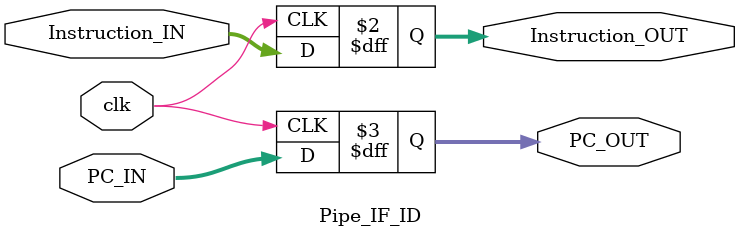
<source format=v>
module Pipe_IF_ID
(
	input clk,
	
	input [31:0] Instruction_IN,
	input [31:0] PC_IN,
	
	output reg [31:0] Instruction_OUT,
	output reg [31:0] PC_OUT
);


always@(negedge clk)
	begin
		
		Instruction_OUT = Instruction_IN;
		PC_OUT = PC_IN;

	end

endmodule

</source>
